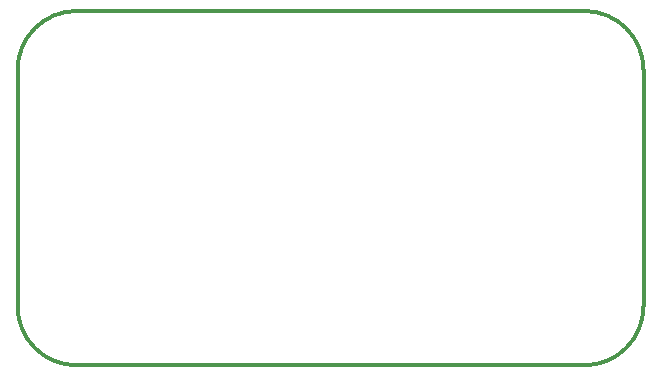
<source format=gbr>
G04 #@! TF.GenerationSoftware,KiCad,Pcbnew,(5.1.7)-1*
G04 #@! TF.CreationDate,2021-05-15T19:47:12-05:00*
G04 #@! TF.ProjectId,PortableAmpTDA,506f7274-6162-46c6-9541-6d705444412e,rev?*
G04 #@! TF.SameCoordinates,Original*
G04 #@! TF.FileFunction,Profile,NP*
%FSLAX46Y46*%
G04 Gerber Fmt 4.6, Leading zero omitted, Abs format (unit mm)*
G04 Created by KiCad (PCBNEW (5.1.7)-1) date 2021-05-15 19:47:12*
%MOMM*%
%LPD*%
G01*
G04 APERTURE LIST*
G04 #@! TA.AperFunction,Profile*
%ADD10C,0.300000*%
G04 #@! TD*
G04 APERTURE END LIST*
D10*
X165000000Y-87000000D02*
X122000000Y-87000000D01*
X117000000Y-82000000D02*
X117000000Y-62000000D01*
X165000000Y-57000000D02*
X122000000Y-57000000D01*
X122000000Y-87000000D02*
G75*
G02*
X117000000Y-82000000I0J5000000D01*
G01*
X117000000Y-62000000D02*
G75*
G02*
X122000000Y-57000000I5000000J0D01*
G01*
X170000000Y-82000000D02*
G75*
G02*
X165000000Y-87000000I-5000000J0D01*
G01*
X165000000Y-57000000D02*
G75*
G02*
X170000000Y-62000000I0J-5000000D01*
G01*
X170000000Y-62000000D02*
X170000000Y-82000000D01*
M02*

</source>
